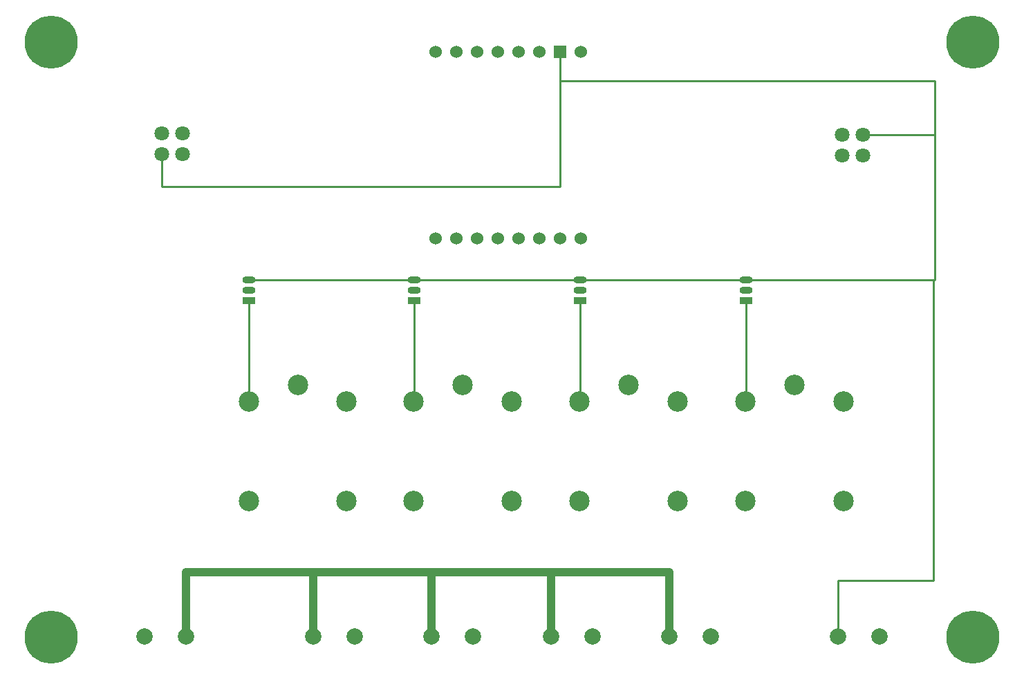
<source format=gbl>
G04 Layer: BottomLayer*
G04 EasyEDA v6.5.15, 2022-09-15 03:13:50*
G04 2db389ccdbee4c0ebea6c66897aa8e11,4bb84c5f6c124816bf94f4484d05adb3,10*
G04 Gerber Generator version 0.2*
G04 Scale: 100 percent, Rotated: No, Reflected: No *
G04 Dimensions in millimeters *
G04 leading zeros omitted , absolute positions ,4 integer and 5 decimal *
%FSLAX45Y45*%
%MOMM*%

%ADD10C,0.2540*%
%ADD11C,1.0000*%
%ADD12C,1.8000*%
%ADD13C,2.5000*%
%ADD14C,2.0000*%
%ADD15O,1.5999968X0.8999982*%
%ADD16R,1.6000X0.9000*%
%ADD17C,1.5240*%
%ADD18R,1.5240X1.5240*%
%ADD19C,6.5000*%

%LPD*%
D10*
X3479800Y6985000D02*
G01*
X3479800Y5752693D01*
X3476396Y5749289D01*
X5499100Y6985000D02*
G01*
X5499100Y5752693D01*
X5495696Y5749289D01*
X7531100Y6985000D02*
G01*
X7531100Y5752693D01*
X7527696Y5749289D01*
X9563100Y6985000D02*
G01*
X9563100Y5752693D01*
X9559696Y5749289D01*
X3479800Y7239000D02*
G01*
X5499100Y7239000D01*
X5499100Y7239000D02*
G01*
X7531100Y7239000D01*
X7531100Y7239000D02*
G01*
X9575800Y7239000D01*
X9563100Y7239000D02*
G01*
X11861800Y7239000D01*
X11861800Y3556000D01*
X10693400Y3556000D01*
X10693400Y2870200D01*
X11861800Y7239000D02*
G01*
X11874500Y7239000D01*
X11874500Y9677400D01*
X7289800Y9677400D01*
X7289800Y10033000D01*
X10998200Y9017000D02*
G01*
X11874500Y9017000D01*
X2413000Y8775700D02*
G01*
X2413000Y8382000D01*
X7289800Y8382000D01*
X7289800Y10033000D01*
D11*
X2705100Y2870200D02*
G01*
X2705100Y3652773D01*
X2705100Y3657600D02*
G01*
X4267200Y3657600D01*
X4267200Y2882900D01*
X4267200Y3657600D02*
G01*
X5715000Y3657600D01*
X5715000Y2870200D01*
X5715000Y3657600D02*
G01*
X7175500Y3657600D01*
X7175500Y2870200D01*
X7175500Y3657600D02*
G01*
X8623300Y3657600D01*
X8623300Y2870200D01*
D12*
G01*
X10744200Y8763000D03*
G01*
X10744200Y9017000D03*
G01*
X10998200Y8763000D03*
G01*
X10998200Y9017000D03*
G01*
X2667000Y9029700D03*
G01*
X2667000Y8775700D03*
G01*
X2413000Y9029700D03*
G01*
X2413000Y8775700D03*
D13*
G01*
X3476396Y5749289D03*
G01*
X4676393Y5749289D03*
G01*
X4076395Y5949314D03*
G01*
X4676393Y4529302D03*
G01*
X3476396Y4529302D03*
G01*
X5495696Y5749289D03*
G01*
X6695693Y5749289D03*
G01*
X6095695Y5949314D03*
G01*
X6695693Y4529302D03*
G01*
X5495696Y4529302D03*
G01*
X7527696Y5749289D03*
G01*
X8727693Y5749289D03*
G01*
X8127695Y5949314D03*
G01*
X8727693Y4529302D03*
G01*
X7527696Y4529302D03*
G01*
X9559696Y5749289D03*
G01*
X10759693Y5749289D03*
G01*
X10159695Y5949314D03*
G01*
X10759693Y4529302D03*
G01*
X9559696Y4529302D03*
D14*
G01*
X4267200Y2870200D03*
G01*
X4775200Y2870200D03*
G01*
X5715000Y2870200D03*
G01*
X6223000Y2870200D03*
G01*
X7175500Y2870200D03*
G01*
X7683500Y2870200D03*
G01*
X8623300Y2870200D03*
G01*
X9131300Y2870200D03*
G01*
X2197100Y2870200D03*
G01*
X2705100Y2870200D03*
G01*
X10693400Y2870200D03*
G01*
X11201400Y2870200D03*
D15*
G01*
X3479800Y7239000D03*
G01*
X3479800Y7112000D03*
D16*
G01*
X3479800Y6985000D03*
D15*
G01*
X5499100Y7239000D03*
G01*
X5499100Y7112000D03*
D16*
G01*
X5499100Y6985000D03*
D15*
G01*
X7531100Y7239000D03*
G01*
X7531100Y7112000D03*
D16*
G01*
X7531100Y6985000D03*
D15*
G01*
X9563100Y7239000D03*
G01*
X9563100Y7112000D03*
D16*
G01*
X9563100Y6985000D03*
D17*
G01*
X7543800Y10033000D03*
D18*
G01*
X7289800Y10033000D03*
D17*
G01*
X7035800Y10033000D03*
G01*
X6781800Y10033000D03*
G01*
X6527800Y10033000D03*
G01*
X6273800Y10033000D03*
G01*
X6019800Y10033000D03*
G01*
X5765800Y10033000D03*
G01*
X7543800Y7747000D03*
G01*
X7289800Y7747000D03*
G01*
X7035800Y7747000D03*
G01*
X6781800Y7747000D03*
G01*
X6527800Y7747000D03*
G01*
X6273800Y7747000D03*
G01*
X6019800Y7747000D03*
G01*
X5765800Y7747000D03*
D19*
G01*
X12344400Y10147300D03*
G01*
X12344400Y2857500D03*
G01*
X1054100Y2857500D03*
G01*
X1054100Y10147300D03*
M02*

</source>
